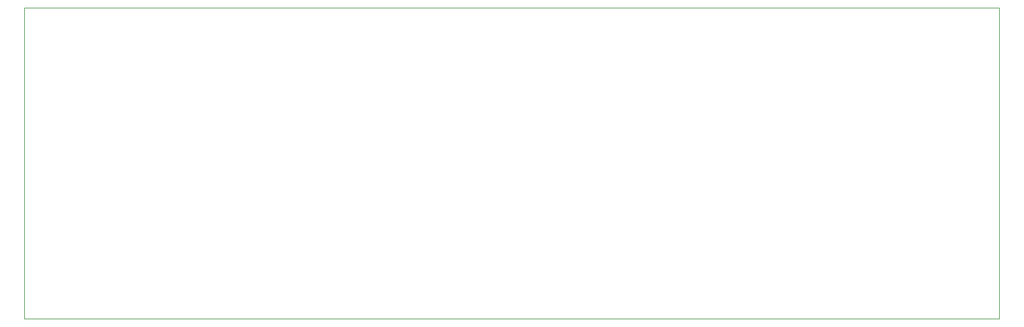
<source format=gbr>
G04 #@! TF.GenerationSoftware,KiCad,Pcbnew,(5.0.0)*
G04 #@! TF.CreationDate,2018-11-13T10:35:00+02:00*
G04 #@! TF.ProjectId,led_matrix,6C65645F6D61747269782E6B69636164,rev?*
G04 #@! TF.SameCoordinates,Original*
G04 #@! TF.FileFunction,Profile,NP*
%FSLAX46Y46*%
G04 Gerber Fmt 4.6, Leading zero omitted, Abs format (unit mm)*
G04 Created by KiCad (PCBNEW (5.0.0)) date 11/13/18 10:35:00*
%MOMM*%
%LPD*%
G01*
G04 APERTURE LIST*
%ADD10C,0.150000*%
G04 APERTURE END LIST*
D10*
X283500000Y-17900000D02*
X282500000Y-17900000D01*
X283500000Y-102900000D02*
X282500000Y-102900000D01*
X17500000Y-102900000D02*
X17500000Y-17900000D01*
X282500000Y-102900000D02*
X17500000Y-102900000D01*
X283500000Y-17900000D02*
X283500000Y-102900000D01*
X17500000Y-17900000D02*
X282500000Y-17900000D01*
M02*

</source>
